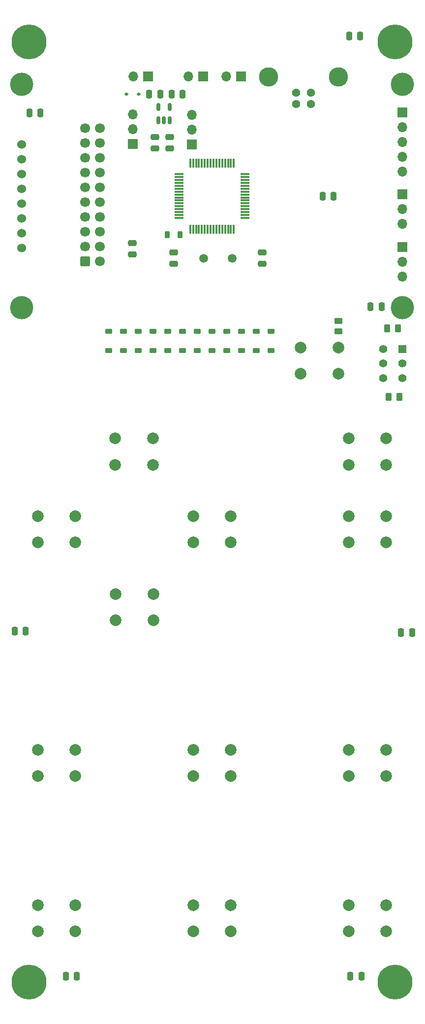
<source format=gbr>
%TF.GenerationSoftware,KiCad,Pcbnew,7.0.1*%
%TF.CreationDate,2023-05-19T13:22:37+02:00*%
%TF.ProjectId,crane,6372616e-652e-46b6-9963-61645f706362,rev?*%
%TF.SameCoordinates,Original*%
%TF.FileFunction,Soldermask,Bot*%
%TF.FilePolarity,Negative*%
%FSLAX46Y46*%
G04 Gerber Fmt 4.6, Leading zero omitted, Abs format (unit mm)*
G04 Created by KiCad (PCBNEW 7.0.1) date 2023-05-19 13:22:37*
%MOMM*%
%LPD*%
G01*
G04 APERTURE LIST*
G04 Aperture macros list*
%AMRoundRect*
0 Rectangle with rounded corners*
0 $1 Rounding radius*
0 $2 $3 $4 $5 $6 $7 $8 $9 X,Y pos of 4 corners*
0 Add a 4 corners polygon primitive as box body*
4,1,4,$2,$3,$4,$5,$6,$7,$8,$9,$2,$3,0*
0 Add four circle primitives for the rounded corners*
1,1,$1+$1,$2,$3*
1,1,$1+$1,$4,$5*
1,1,$1+$1,$6,$7*
1,1,$1+$1,$8,$9*
0 Add four rect primitives between the rounded corners*
20,1,$1+$1,$2,$3,$4,$5,0*
20,1,$1+$1,$4,$5,$6,$7,0*
20,1,$1+$1,$6,$7,$8,$9,0*
20,1,$1+$1,$8,$9,$2,$3,0*%
G04 Aperture macros list end*
%ADD10RoundRect,0.225000X-0.375000X0.225000X-0.375000X-0.225000X0.375000X-0.225000X0.375000X0.225000X0*%
%ADD11C,2.000000*%
%ADD12R,1.400000X1.400000*%
%ADD13C,1.400000*%
%ADD14C,6.000000*%
%ADD15C,1.524000*%
%ADD16C,4.000000*%
%ADD17R,1.700000X1.700000*%
%ADD18O,1.700000X1.700000*%
%ADD19RoundRect,0.250000X0.475000X-0.250000X0.475000X0.250000X-0.475000X0.250000X-0.475000X-0.250000X0*%
%ADD20RoundRect,0.250000X0.250000X0.475000X-0.250000X0.475000X-0.250000X-0.475000X0.250000X-0.475000X0*%
%ADD21RoundRect,0.250000X-0.600000X-0.600000X0.600000X-0.600000X0.600000X0.600000X-0.600000X0.600000X0*%
%ADD22C,1.700000*%
%ADD23C,1.500000*%
%ADD24RoundRect,0.150000X0.150000X-0.512500X0.150000X0.512500X-0.150000X0.512500X-0.150000X-0.512500X0*%
%ADD25C,3.316000*%
%ADD26C,1.428000*%
%ADD27RoundRect,0.218750X-0.218750X-0.381250X0.218750X-0.381250X0.218750X0.381250X-0.218750X0.381250X0*%
%ADD28RoundRect,0.250000X-0.250000X-0.475000X0.250000X-0.475000X0.250000X0.475000X-0.250000X0.475000X0*%
%ADD29RoundRect,0.250000X-0.262500X-0.450000X0.262500X-0.450000X0.262500X0.450000X-0.262500X0.450000X0*%
%ADD30RoundRect,0.112500X0.187500X0.112500X-0.187500X0.112500X-0.187500X-0.112500X0.187500X-0.112500X0*%
%ADD31RoundRect,0.075000X0.075000X-0.700000X0.075000X0.700000X-0.075000X0.700000X-0.075000X-0.700000X0*%
%ADD32RoundRect,0.075000X0.700000X-0.075000X0.700000X0.075000X-0.700000X0.075000X-0.700000X-0.075000X0*%
%ADD33RoundRect,0.250000X0.262500X0.450000X-0.262500X0.450000X-0.262500X-0.450000X0.262500X-0.450000X0*%
%ADD34RoundRect,0.250000X-0.475000X0.250000X-0.475000X-0.250000X0.475000X-0.250000X0.475000X0.250000X0*%
%ADD35RoundRect,0.250000X-0.450000X0.262500X-0.450000X-0.262500X0.450000X-0.262500X0.450000X0.262500X0*%
G04 APERTURE END LIST*
D10*
%TO.C,D12*%
X137720000Y-140167000D03*
X137720000Y-136867000D03*
%TD*%
%TO.C,D11*%
X135180000Y-140167000D03*
X135180000Y-136867000D03*
%TD*%
%TO.C,D10*%
X132640000Y-140167000D03*
X132640000Y-136867000D03*
%TD*%
%TO.C,D9*%
X130100000Y-140167000D03*
X130100000Y-136867000D03*
%TD*%
%TO.C,D8*%
X127560000Y-140167000D03*
X127560000Y-136867000D03*
%TD*%
%TO.C,D7*%
X125020000Y-140167000D03*
X125020000Y-136867000D03*
%TD*%
%TO.C,D6*%
X122480000Y-140167000D03*
X122480000Y-136867000D03*
%TD*%
%TO.C,D5*%
X119940000Y-140167000D03*
X119940000Y-136867000D03*
%TD*%
%TO.C,D4*%
X117400000Y-140167000D03*
X117400000Y-136867000D03*
%TD*%
%TO.C,D3*%
X114860000Y-140167000D03*
X114860000Y-136867000D03*
%TD*%
%TO.C,D2*%
X112320000Y-140120500D03*
X112320000Y-136820500D03*
%TD*%
%TO.C,D1*%
X109780000Y-136820500D03*
X109780000Y-140120500D03*
%TD*%
D11*
%TO.C,SW7*%
X97560000Y-208712500D03*
X104060000Y-208712500D03*
X97560000Y-213212500D03*
X104060000Y-213212500D03*
%TD*%
%TO.C,SW2*%
X97560000Y-168625000D03*
X104060000Y-168625000D03*
X97560000Y-173125000D03*
X104060000Y-173125000D03*
%TD*%
%TO.C,SW4*%
X110947500Y-181987500D03*
X117447500Y-181987500D03*
X110947500Y-186487500D03*
X117447500Y-186487500D03*
%TD*%
D12*
%TO.C,SW13*%
X160360000Y-139875000D03*
D13*
X160360000Y-142375000D03*
X160360000Y-144875000D03*
X157060000Y-139875000D03*
X157060000Y-142375000D03*
X157060000Y-144875000D03*
%TD*%
D14*
%TO.C,H1*%
X96060000Y-87125000D03*
%TD*%
D11*
%TO.C,SW5*%
X151060000Y-155262500D03*
X157560000Y-155262500D03*
X151060000Y-159762500D03*
X157560000Y-159762500D03*
%TD*%
%TO.C,SW12*%
X151060000Y-235437500D03*
X157560000Y-235437500D03*
X151060000Y-239937500D03*
X157560000Y-239937500D03*
%TD*%
%TO.C,SW9*%
X151060000Y-208712500D03*
X157560000Y-208712500D03*
X151060000Y-213212500D03*
X157560000Y-213212500D03*
%TD*%
D15*
%TO.C,U1*%
X94810000Y-122515000D03*
X94810000Y-119975000D03*
X94810000Y-117435000D03*
X94810000Y-114895000D03*
X94810000Y-112355000D03*
X94810000Y-109815000D03*
X94810000Y-107275000D03*
X94810000Y-104735000D03*
D16*
X160310000Y-132775000D03*
X160310000Y-94475000D03*
X94810000Y-132775000D03*
X94810000Y-94475000D03*
%TD*%
D14*
%TO.C,H2*%
X96060000Y-248625000D03*
%TD*%
D11*
%TO.C,SW11*%
X124310000Y-235437500D03*
X130810000Y-235437500D03*
X124310000Y-239937500D03*
X130810000Y-239937500D03*
%TD*%
%TO.C,SW14*%
X149310000Y-144125000D03*
X142810000Y-144125000D03*
X149310000Y-139625000D03*
X142810000Y-139625000D03*
%TD*%
%TO.C,SW8*%
X124310000Y-208712500D03*
X130810000Y-208712500D03*
X124310000Y-213212500D03*
X130810000Y-213212500D03*
%TD*%
%TO.C,SW6*%
X151060000Y-168625000D03*
X157560000Y-168625000D03*
X151060000Y-173125000D03*
X157560000Y-173125000D03*
%TD*%
D14*
%TO.C,H3*%
X159060000Y-248625000D03*
%TD*%
D11*
%TO.C,SW3*%
X124310000Y-168625000D03*
X130810000Y-168625000D03*
X124310000Y-173125000D03*
X130810000Y-173125000D03*
%TD*%
%TO.C,SW10*%
X97560000Y-235437500D03*
X104060000Y-235437500D03*
X97560000Y-239937500D03*
X104060000Y-239937500D03*
%TD*%
D14*
%TO.C,H4*%
X159060000Y-87125000D03*
%TD*%
D11*
%TO.C,SW1*%
X110900000Y-155262500D03*
X117400000Y-155262500D03*
X110900000Y-159762500D03*
X117400000Y-159762500D03*
%TD*%
D17*
%TO.C,J5*%
X132560000Y-93125000D03*
D18*
X130020000Y-93125000D03*
%TD*%
D17*
%TO.C,J11*%
X160310000Y-99300000D03*
D18*
X160310000Y-101840000D03*
X160310000Y-104380000D03*
X160310000Y-106920000D03*
X160310000Y-109460000D03*
%TD*%
D19*
%TO.C,C1*%
X113810000Y-123625000D03*
X113810000Y-121725000D03*
%TD*%
D20*
%TO.C,C8*%
X153060000Y-86125000D03*
X151160000Y-86125000D03*
%TD*%
%TO.C,C4*%
X98010000Y-99375000D03*
X96110000Y-99375000D03*
%TD*%
D17*
%TO.C,J1*%
X116560000Y-93125000D03*
D18*
X114020000Y-93125000D03*
%TD*%
D20*
%TO.C,C15*%
X122510000Y-96125000D03*
X120610000Y-96125000D03*
%TD*%
D21*
%TO.C,J8*%
X105716000Y-124801000D03*
D22*
X108256000Y-124801000D03*
X105716000Y-122261000D03*
X108256000Y-122261000D03*
X105716000Y-119721000D03*
X108256000Y-119721000D03*
X105716000Y-117181000D03*
X108256000Y-117181000D03*
X105716000Y-114641000D03*
X108256000Y-114641000D03*
X105716000Y-112101000D03*
X108256000Y-112101000D03*
X105716000Y-109561000D03*
X108256000Y-109561000D03*
X105716000Y-107021000D03*
X108256000Y-107021000D03*
X105716000Y-104481000D03*
X108256000Y-104481000D03*
X105716000Y-101941000D03*
X108256000Y-101941000D03*
%TD*%
D23*
%TO.C,e1*%
X131026000Y-124293000D03*
X126146000Y-124293000D03*
%TD*%
D20*
%TO.C,C7*%
X95510000Y-188375000D03*
X93610000Y-188375000D03*
%TD*%
%TO.C,C11*%
X153260000Y-247625000D03*
X151360000Y-247625000D03*
%TD*%
D17*
%TO.C,J4*%
X126060000Y-93125000D03*
D18*
X123520000Y-93125000D03*
%TD*%
D24*
%TO.C,U3*%
X120238000Y-100647000D03*
X119288000Y-100647000D03*
X118338000Y-100647000D03*
X118338000Y-98372000D03*
X120238000Y-98372000D03*
%TD*%
D25*
%TO.C,J7*%
X137290000Y-93140000D03*
X149330000Y-93140000D03*
D26*
X144560000Y-97850000D03*
X142060000Y-97850000D03*
X142060000Y-95850000D03*
X144560000Y-95850000D03*
%TD*%
D27*
%TO.C,FB1*%
X119893500Y-120229000D03*
X122018500Y-120229000D03*
%TD*%
D28*
%TO.C,C14*%
X116748000Y-96125000D03*
X118648000Y-96125000D03*
%TD*%
D17*
%TO.C,J6*%
X113888000Y-104722000D03*
D18*
X113888000Y-102182000D03*
X113888000Y-99642000D03*
%TD*%
D29*
%TO.C,R1*%
X157735000Y-136375000D03*
X159560000Y-136375000D03*
%TD*%
D30*
%TO.C,D13*%
X114938000Y-96125000D03*
X112838000Y-96125000D03*
%TD*%
D31*
%TO.C,U2*%
X131310000Y-119300000D03*
X130810000Y-119300000D03*
X130310000Y-119300000D03*
X129810000Y-119300000D03*
X129310000Y-119300000D03*
X128810000Y-119300000D03*
X128310000Y-119300000D03*
X127810000Y-119300000D03*
X127310000Y-119300000D03*
X126810000Y-119300000D03*
X126310000Y-119300000D03*
X125810000Y-119300000D03*
X125310000Y-119300000D03*
X124810000Y-119300000D03*
X124310000Y-119300000D03*
X123810000Y-119300000D03*
D32*
X121885000Y-117375000D03*
X121885000Y-116875000D03*
X121885000Y-116375000D03*
X121885000Y-115875000D03*
X121885000Y-115375000D03*
X121885000Y-114875000D03*
X121885000Y-114375000D03*
X121885000Y-113875000D03*
X121885000Y-113375000D03*
X121885000Y-112875000D03*
X121885000Y-112375000D03*
X121885000Y-111875000D03*
X121885000Y-111375000D03*
X121885000Y-110875000D03*
X121885000Y-110375000D03*
X121885000Y-109875000D03*
D31*
X123810000Y-107950000D03*
X124310000Y-107950000D03*
X124810000Y-107950000D03*
X125310000Y-107950000D03*
X125810000Y-107950000D03*
X126310000Y-107950000D03*
X126810000Y-107950000D03*
X127310000Y-107950000D03*
X127810000Y-107950000D03*
X128310000Y-107950000D03*
X128810000Y-107950000D03*
X129310000Y-107950000D03*
X129810000Y-107950000D03*
X130310000Y-107950000D03*
X130810000Y-107950000D03*
X131310000Y-107950000D03*
D32*
X133235000Y-109875000D03*
X133235000Y-110375000D03*
X133235000Y-110875000D03*
X133235000Y-111375000D03*
X133235000Y-111875000D03*
X133235000Y-112375000D03*
X133235000Y-112875000D03*
X133235000Y-113375000D03*
X133235000Y-113875000D03*
X133235000Y-114375000D03*
X133235000Y-114875000D03*
X133235000Y-115375000D03*
X133235000Y-115875000D03*
X133235000Y-116375000D03*
X133235000Y-116875000D03*
X133235000Y-117375000D03*
%TD*%
D17*
%TO.C,J9*%
X160310000Y-113300000D03*
D18*
X160310000Y-115840000D03*
X160310000Y-118380000D03*
%TD*%
D20*
%TO.C,C10*%
X104310000Y-247625000D03*
X102410000Y-247625000D03*
%TD*%
D33*
%TO.C,R2*%
X159810000Y-148125000D03*
X157985000Y-148125000D03*
%TD*%
D20*
%TO.C,C6*%
X162010000Y-188625000D03*
X160110000Y-188625000D03*
%TD*%
D19*
%TO.C,C13*%
X117698000Y-105407000D03*
X117698000Y-103507000D03*
%TD*%
D34*
%TO.C,C2*%
X136196000Y-123343000D03*
X136196000Y-125243000D03*
%TD*%
D20*
%TO.C,C5*%
X156760000Y-132625000D03*
X154860000Y-132625000D03*
%TD*%
D17*
%TO.C,J3*%
X124048000Y-104737000D03*
D18*
X124048000Y-102197000D03*
X124048000Y-99657000D03*
%TD*%
D34*
%TO.C,C3*%
X120956000Y-123343000D03*
X120956000Y-125243000D03*
%TD*%
D35*
%TO.C,R3*%
X149310000Y-135050000D03*
X149310000Y-136875000D03*
%TD*%
D20*
%TO.C,C9*%
X148510000Y-113625000D03*
X146610000Y-113625000D03*
%TD*%
D17*
%TO.C,J10*%
X160310000Y-122355000D03*
D18*
X160310000Y-124895000D03*
X160310000Y-127435000D03*
%TD*%
D19*
%TO.C,C12*%
X120238000Y-105407000D03*
X120238000Y-103507000D03*
%TD*%
M02*

</source>
